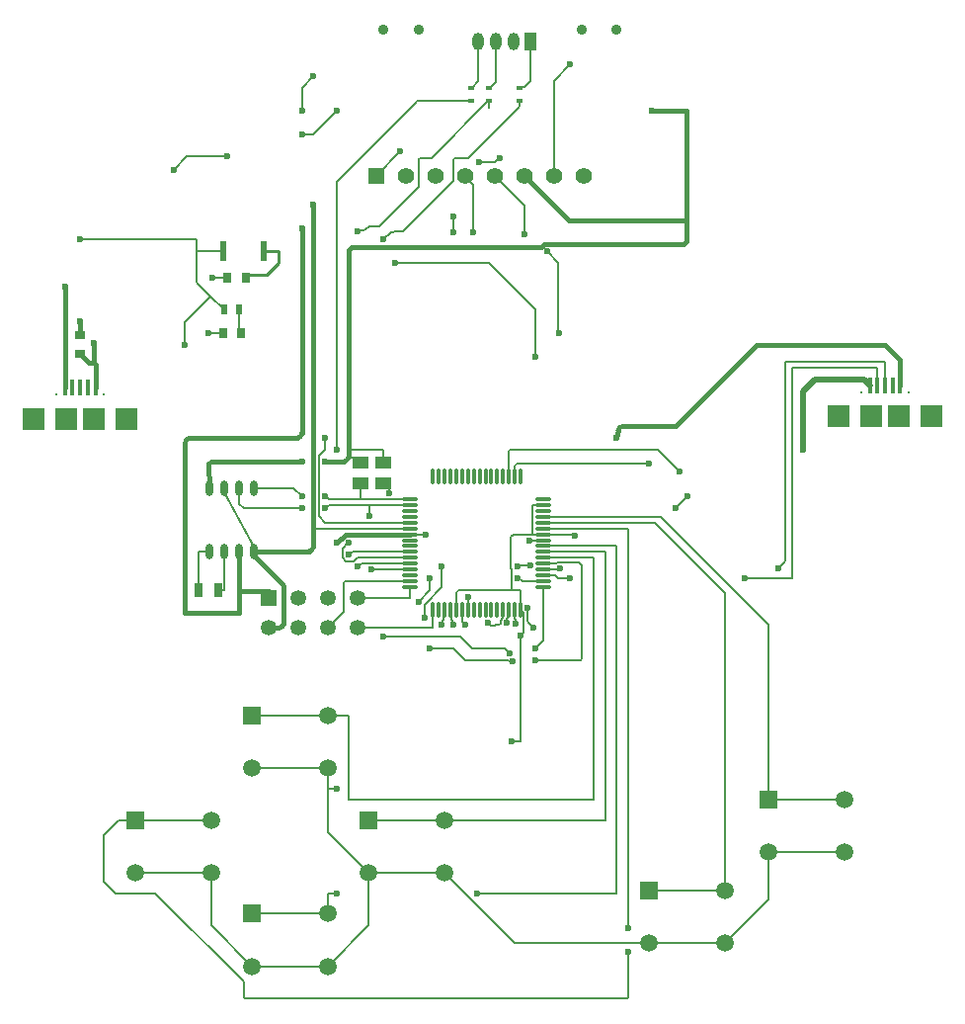
<source format=gtl>
G04*
G04 #@! TF.GenerationSoftware,Altium Limited,Altium Designer,22.3.1 (43)*
G04*
G04 Layer_Physical_Order=1*
G04 Layer_Color=255*
%FSLAX44Y44*%
%MOMM*%
G71*
G04*
G04 #@! TF.SameCoordinates,6D1C2D26-131F-4FF1-9C2C-6AC643E27ED1*
G04*
G04*
G04 #@! TF.FilePolarity,Positive*
G04*
G01*
G75*
%ADD11C,0.2540*%
%ADD15C,0.1270*%
%ADD17R,1.3500X1.0000*%
%ADD18R,1.9000X1.9000*%
%ADD19R,0.4000X1.3500*%
%ADD20R,0.7000X1.2000*%
%ADD21R,0.5000X0.3500*%
%ADD22R,0.6000X1.7000*%
%ADD23R,0.6000X0.9000*%
%ADD24R,0.7000X0.9000*%
%ADD25O,1.4000X0.2700*%
%ADD26O,0.2700X1.4000*%
%ADD27O,0.6000X1.3500*%
%ADD28R,0.9000X0.8000*%
%ADD52C,0.4000*%
%ADD53C,0.2032*%
%ADD54C,0.2030*%
%ADD55C,0.4030*%
%ADD56C,0.5000*%
%ADD57R,1.5080X1.5080*%
%ADD58C,1.5080*%
%ADD59C,1.3500*%
%ADD60R,1.3500X1.3500*%
%ADD61R,1.3980X1.3980*%
%ADD62C,1.3980*%
%ADD63C,0.2500*%
%ADD64R,1.0000X1.5000*%
%ADD65O,1.0000X1.5000*%
%ADD66C,0.9000*%
%ADD67C,0.6000*%
D11*
X-195161Y230000D02*
X-180000D01*
X-170000Y240000D01*
Y250000D01*
X-183000D02*
X-170000D01*
D15*
X10314Y390570D02*
X11692D01*
X-92152Y271243D02*
X-83747D01*
X-92152D02*
X-92152D01*
X-83747D02*
X-50000Y304990D01*
Y329256D01*
X-49256Y330000D01*
X-38877D01*
X9878Y378756D02*
X10628D01*
X-38877Y330000D02*
X9878Y378756D01*
D17*
X-100000Y69000D02*
D03*
Y51000D02*
D03*
X-80000Y69000D02*
D03*
Y51000D02*
D03*
D18*
X389500Y108500D02*
D03*
X362000D02*
D03*
X338000D02*
D03*
X310500D02*
D03*
X-300500Y106625D02*
D03*
X-328000D02*
D03*
X-352000D02*
D03*
X-379500D02*
D03*
D19*
X363000Y135250D02*
D03*
X356500D02*
D03*
X350000D02*
D03*
X343500D02*
D03*
X337000D02*
D03*
X-327000Y133375D02*
D03*
X-333500D02*
D03*
X-340000D02*
D03*
X-346500D02*
D03*
X-353000D02*
D03*
D20*
X-221500Y-40000D02*
D03*
X-238500D02*
D03*
D21*
X-4676Y378756D02*
D03*
Y390256D02*
D03*
X10628D02*
D03*
Y378756D02*
D03*
X36471Y378756D02*
D03*
Y390256D02*
D03*
D22*
X-217000Y250000D02*
D03*
X-183000D02*
D03*
D23*
X-216500Y200000D02*
D03*
X-203500D02*
D03*
D24*
X-217750Y180000D02*
D03*
X-202250D02*
D03*
X-213621Y227040D02*
D03*
X-198121D02*
D03*
D25*
X57000Y27500D02*
D03*
Y32500D02*
D03*
Y22500D02*
D03*
Y37500D02*
D03*
Y2500D02*
D03*
Y7500D02*
D03*
Y-2500D02*
D03*
Y17500D02*
D03*
Y12500D02*
D03*
Y-17500D02*
D03*
Y-12500D02*
D03*
Y-7500D02*
D03*
Y-32500D02*
D03*
Y-27500D02*
D03*
Y-37500D02*
D03*
Y-22500D02*
D03*
X-57000Y-17500D02*
D03*
Y-22500D02*
D03*
Y17500D02*
D03*
Y22500D02*
D03*
Y12500D02*
D03*
Y32500D02*
D03*
Y37500D02*
D03*
Y27500D02*
D03*
Y-7500D02*
D03*
Y-2500D02*
D03*
Y-12500D02*
D03*
Y7500D02*
D03*
Y2500D02*
D03*
Y-32500D02*
D03*
Y-27500D02*
D03*
Y-37500D02*
D03*
D26*
X37500Y57000D02*
D03*
X7500D02*
D03*
X2500D02*
D03*
X12500D02*
D03*
X-7500D02*
D03*
X-12500D02*
D03*
X-2500D02*
D03*
X27500D02*
D03*
X22500D02*
D03*
X32500D02*
D03*
X17500D02*
D03*
X7500Y-57000D02*
D03*
X2500D02*
D03*
X12500D02*
D03*
X-7500D02*
D03*
X-2500D02*
D03*
X32500D02*
D03*
X27500D02*
D03*
X37500D02*
D03*
X17500D02*
D03*
X22500D02*
D03*
X-22500Y57000D02*
D03*
X-27500D02*
D03*
X-17500D02*
D03*
X-37500D02*
D03*
X-32500D02*
D03*
Y-57000D02*
D03*
X-27500D02*
D03*
X-17500D02*
D03*
X-22500D02*
D03*
X-12500D02*
D03*
X-37500D02*
D03*
D27*
X-190950Y47000D02*
D03*
X-203650D02*
D03*
X-216350D02*
D03*
X-229050D02*
D03*
X-190950Y-7000D02*
D03*
X-203650D02*
D03*
X-216350D02*
D03*
X-229050D02*
D03*
D28*
X-340000Y161750D02*
D03*
Y178250D02*
D03*
D52*
X-113986Y70000D02*
G03*
X-110000Y74000I-14J4000D01*
G01*
X125116Y100000D02*
G03*
X121176Y96692I0J-4000D01*
G01*
X-144000Y-7000D02*
G03*
X-140000Y-3000I0J4000D01*
G01*
X-169548Y-72700D02*
G03*
X-165548Y-68700I0J4000D01*
G01*
X-246014Y90000D02*
G03*
X-250000Y86014I14J-4000D01*
G01*
X-153986Y90000D02*
G03*
X-150000Y94000I-14J4000D01*
G01*
X-130000Y70000D02*
X-113986D01*
X-112500Y7500D02*
X-57000D01*
X-120000Y0D02*
X-112500Y7500D01*
X54863Y253730D02*
X57403Y256270D01*
X177412D01*
X180000Y258858D01*
X-110000Y80000D02*
Y251387D01*
X-107657Y253730D01*
X54863D01*
X125116Y100000D02*
X170000D01*
X120000Y90000D02*
X121176Y96692D01*
X-165548Y-68700D02*
Y-36994D01*
X-190950Y-7000D02*
X-144000D01*
X-178100Y-72700D02*
X-169548D01*
X180000Y258858D02*
Y276176D01*
Y370000D01*
X40585Y314884D02*
X79293Y276176D01*
X180000D01*
X-229912Y67876D02*
X-229050Y47000D01*
X-190950Y-10750D02*
X-170000Y-31700D01*
X-166143Y-35557D01*
X-203650Y-41202D02*
Y-7000D01*
Y-60000D02*
Y-41202D01*
X-178100D01*
Y-47300D02*
Y-41202D01*
X-140000Y-3000D02*
Y12500D01*
Y290000D01*
X-110000Y74000D02*
Y80000D01*
X-227882Y70000D02*
X-150000D01*
X-246014Y90000D02*
X-153986D01*
X-150000Y94000D02*
Y270000D01*
X-250000Y-60000D02*
Y86014D01*
Y-60000D02*
X-203650D01*
X150000Y370000D02*
X180000D01*
X170000Y100000D02*
X240000Y170000D01*
X350000D01*
X363000Y157000D01*
Y135250D02*
Y157000D01*
X-353116Y220034D02*
X-353000Y219918D01*
Y133375D02*
Y219918D01*
X-340000Y178250D02*
Y190000D01*
D53*
X-71627Y266510D02*
G03*
X-70193Y267102I0J2032D01*
G01*
X35883Y373178D02*
G03*
X36471Y374608I-1444J1429D01*
G01*
X-102542Y266973D02*
G03*
X-92152Y271243I23J14719D01*
G01*
X-15478Y-40000D02*
G03*
X-17500Y-42022I10J-2032D01*
G01*
X-165548Y-36994D02*
G03*
X-166143Y-35557I-2032J0D01*
G01*
X34532Y67750D02*
G03*
X32500Y65718I0J-2032D01*
G01*
Y-61559D02*
G03*
X32504Y-61684I2032J0D01*
G01*
X-44014Y-51780D02*
G03*
X-44608Y-53162I1437J-1437D01*
G01*
X-227882Y70000D02*
G03*
X-229912Y67876I0J-2032D01*
G01*
X-119412Y310588D02*
G03*
X-120000Y309168I1444J-1429D01*
G01*
X-50413Y378756D02*
G03*
X-51836Y378164I10J-2032D01*
G01*
X23998Y-100052D02*
G03*
X23541Y-100000I-457J-1980D01*
G01*
X-240000Y223983D02*
G03*
X-239414Y222570I2032J14D01*
G01*
X263600Y-16400D02*
G03*
X264188Y-14971I-1444J1429D01*
G01*
X-100000Y37856D02*
Y51000D01*
X-110000Y74000D02*
X-108984Y72984D01*
X-126426Y37500D02*
X-57000D01*
X-130000Y40000D02*
X-128926D01*
X-110000Y74000D02*
X-110000Y74000D01*
X-100000Y37856D02*
X-99784Y37641D01*
X-128926Y40000D02*
X-126426Y37500D01*
X-108984Y72984D02*
X-103984D01*
X-100000Y69000D01*
X-3926Y390256D02*
X1350Y395532D01*
Y430000D01*
X-4676Y390256D02*
X-3926D01*
X45642Y395642D02*
Y429292D01*
X36827Y390611D02*
X40612D01*
X36471Y390256D02*
X36827Y390611D01*
X40612D02*
X45642Y395642D01*
Y429292D02*
X46350Y430000D01*
X-73490Y266510D02*
X-71627D01*
X-70193Y267102D02*
X-62898D01*
X35883Y373178D02*
X35883Y373178D01*
X-7295Y330000D02*
X35883Y373178D01*
X-20000Y328810D02*
X-18810Y330000D01*
X-20000Y310000D02*
Y328810D01*
X-62898Y267102D02*
X-20000Y310000D01*
X-18810Y330000D02*
X-7295D01*
X57000Y7500D02*
X57128Y7372D01*
X83636D02*
X84250Y6758D01*
X57128Y7372D02*
X83636D01*
X130000Y-330000D02*
Y12500D01*
X57000D02*
X130000D01*
X-91713Y23951D02*
Y32500D01*
X-92163Y23502D02*
X-91713Y23951D01*
X-129971Y17500D02*
X-57000D01*
X-140000Y12500D02*
X-57000D01*
X-135389Y22918D02*
X-129971Y17500D01*
X-78698Y51000D02*
X-74714Y47016D01*
X-80000Y51000D02*
X-78698D01*
X-80000Y260000D02*
X-73490Y266510D01*
X-74714Y42786D02*
Y47016D01*
X-102562Y266974D02*
X-102562Y266974D01*
X10018Y372811D02*
X10612Y373405D01*
X10615Y374244D01*
X-102562Y266974D02*
X-102542Y266973D01*
X2076Y326584D02*
X15510D01*
X18926Y330000D01*
X20000D01*
X36471Y374608D02*
Y378756D01*
X-248779Y331221D02*
X-213609D01*
X-260000Y320000D02*
X-248779Y331221D01*
X-15478Y-40000D02*
X30000D01*
X-15478D02*
X-15478D01*
X-17500Y-57000D02*
Y-42022D01*
X37500Y-170000D02*
Y-79500D01*
X15185Y314815D02*
X40790Y289210D01*
Y264797D02*
Y289210D01*
X22388Y-63273D02*
X22500Y-63161D01*
X20382Y-66146D02*
X22388Y-64140D01*
X19265Y-70065D02*
X20382Y-68948D01*
Y-66146D01*
X22500Y-63161D02*
Y-57000D01*
X9293Y-68233D02*
X11579Y-70148D01*
X12973Y-70622D02*
X19265Y-70065D01*
X25690Y-68314D02*
Y-64641D01*
X12145Y-70622D02*
X12973D01*
X22388Y-64140D02*
X22388Y-63273D01*
X25668Y-68335D02*
X25690Y-68314D01*
X11579Y-70148D02*
X12145Y-70622D01*
X87423Y-16388D02*
X90000Y-18965D01*
Y-20000D02*
Y-18965D01*
X57128Y-22372D02*
X70971D01*
X57000Y-17500D02*
X67853D01*
X68965Y-16388D02*
X87423D01*
X70971Y-22372D02*
X71670Y-21674D01*
X57000Y-22500D02*
X57128Y-22372D01*
X67853Y-17500D02*
X68965Y-16388D01*
X45477Y-19278D02*
X45816Y-18939D01*
X34714Y-19616D02*
X35053Y-19278D01*
X45477D01*
X31190Y7500D02*
X47250D01*
X29428Y5738D02*
X31190Y7500D01*
X30000Y-40000D02*
Y-22378D01*
X29428Y-21806D02*
Y5738D01*
Y-21806D02*
X30000Y-22378D01*
Y-40000D02*
X37500D01*
X35286Y-29651D02*
X36123D01*
X151420Y79748D02*
X155500D01*
X174020Y61228D01*
X28690Y80000D02*
X150962D01*
X27500Y78810D02*
X28690Y80000D01*
X27500Y57000D02*
Y78810D01*
X150962Y80000D02*
X151420Y79748D01*
X32500Y57000D02*
Y65718D01*
X34532Y67750D02*
X147750D01*
X37430Y-79500D02*
X40000Y-76930D01*
X43435Y-66300D02*
X44033Y-67803D01*
X37500Y-57000D02*
X39405Y-58905D01*
X40000Y-59500D01*
X43512Y-62853D02*
X43764Y-55788D01*
X40000Y-76930D02*
Y-59500D01*
X43435Y-66300D02*
X43512Y-62853D01*
X44033Y-67803D02*
X48781Y-72551D01*
X-110582Y0D02*
X-110000D01*
X-115286Y-12190D02*
Y-4704D01*
X-110582Y0D01*
X-112190Y-15286D02*
X-105324D01*
X-102538Y-12500D02*
X-57000D01*
X-105324Y-15286D02*
X-102538Y-12500D01*
X-115286Y-12190D02*
X-112190Y-15286D01*
X-110000Y-10000D02*
X-108926D01*
X-106426Y-7500D01*
X-57000D01*
X60000Y250000D02*
X70000Y240000D01*
X-2863Y266049D02*
Y306522D01*
X-20017Y266200D02*
X-20000Y280000D01*
X10615Y374244D02*
X10628Y378756D01*
X25690Y-64641D02*
X27500Y-62831D01*
Y-57000D01*
X50000Y160000D02*
Y200000D01*
X-70000Y240000D02*
X10000D01*
X50000Y200000D01*
X-86415Y314884D02*
X-65438Y335861D01*
X32500Y-61559D02*
Y-57000D01*
X32504Y-61684D02*
X32932Y-68623D01*
X37500Y-57000D02*
Y-40000D01*
X-44877Y-64092D02*
X-44608Y-53162D01*
X-44014Y-51780D02*
X-30000Y-37766D01*
Y-20000D01*
X-7500Y-57000D02*
Y-45976D01*
X15185Y314815D02*
Y314884D01*
X70000Y180000D02*
Y240000D01*
Y180000D02*
X70096Y179904D01*
X-10215Y313874D02*
Y314884D01*
Y313874D02*
X-2863Y306522D01*
X70000Y-30000D02*
X80000D01*
X57000Y-27500D02*
X67500D01*
X70000Y-30000D01*
X65985Y395985D02*
X80000Y410000D01*
X65985Y314884D02*
Y395985D01*
X-227882Y70000D02*
X-227882Y70000D01*
X47250Y7500D02*
X57000D01*
X-120000Y80000D02*
Y309168D01*
X-50403Y378756D02*
X-4676D01*
X-50413Y378756D02*
X-50403Y378756D01*
X-119412Y310588D02*
X-51836Y378164D01*
X90000Y-98810D02*
Y-20000D01*
X88810Y-100000D02*
X90000Y-98810D01*
X50000Y-100000D02*
X88810D01*
X23998Y-100052D02*
X30592Y-101573D01*
X-10000Y-100000D02*
X23541D01*
X-20000Y-90000D02*
X-10000Y-100000D01*
X-40000Y-90000D02*
X-20000D01*
X50000D02*
X57000Y-83000D01*
Y-37500D01*
X24089Y-90381D02*
X27764Y-94056D01*
X-4193Y-90381D02*
X24089D01*
X-14574Y-80000D02*
X-4193Y-90381D01*
X-80000Y-80000D02*
X-14574D01*
X36123Y-29651D02*
X38972Y-32500D01*
X57000D01*
X-40000Y-40000D02*
Y-30000D01*
X-50000Y-50000D02*
X-40000Y-40000D01*
X-12500Y-67500D02*
X-10000Y-70000D01*
X-12500Y-67500D02*
Y-57000D01*
X-130000Y80000D02*
Y90000D01*
X-135389Y74611D02*
X-130000Y80000D01*
X-135389Y22918D02*
Y74611D01*
X-112512Y-32500D02*
X-57000D01*
X-113702Y-33690D02*
X-112512Y-32500D01*
X-113702Y-59102D02*
Y-33690D01*
X-127300Y-72700D02*
X-113702Y-59102D01*
X-57000Y-47300D02*
Y-37500D01*
X-101900Y-47300D02*
X-57000D01*
X-37500Y-72700D02*
Y-57000D01*
X-101900Y-72700D02*
X-37500D01*
X-190950Y-10750D02*
Y-7000D01*
X-90533Y-22628D02*
X-57128D01*
X-90763Y-22859D02*
X-90533Y-22628D01*
X-57128D02*
X-57000Y-22500D01*
X-101488Y-20000D02*
X-98988Y-17500D01*
X-57000D01*
X-102562Y-20000D02*
X-101488D01*
X-56997Y7497D02*
X-43442D01*
X-57000Y7500D02*
X-56997Y7497D01*
X-43442D02*
X-43439Y7494D01*
X45560Y2372D02*
X56872D01*
X44909Y1722D02*
X45560Y2372D01*
X56872D02*
X57000Y2500D01*
X47250Y32500D02*
X57000D01*
X47250Y7500D02*
Y32500D01*
X30000Y-170000D02*
X37500D01*
X-127500Y-210000D02*
Y-192500D01*
Y-247500D02*
Y-210000D01*
X-120000D01*
X57000Y-12500D02*
X100000D01*
Y-220000D02*
Y-12500D01*
X-110000Y-220000D02*
X100000D01*
X-110000D02*
Y-147500D01*
X-127500D02*
X-110000D01*
X57000Y-7500D02*
X110000D01*
Y-237500D02*
Y-7500D01*
X-27500Y-237500D02*
X110000D01*
X57000Y-2500D02*
X120000D01*
Y-300000D02*
Y-2500D01*
X0Y-300000D02*
X120000D01*
X-127500D02*
X-120000D01*
X-127500Y-317500D02*
Y-300000D01*
X130000Y-388810D02*
Y-350000D01*
X128810Y-390000D02*
X130000Y-388810D01*
X-198810Y-390000D02*
X128810D01*
X-200000Y-388810D02*
Y-375924D01*
Y-388810D02*
X-198810Y-390000D01*
X-275924Y-300000D02*
X-200000Y-375924D01*
X-310000Y-300000D02*
X-275924D01*
X-320000Y-290000D02*
X-310000Y-300000D01*
X-320000Y-290000D02*
Y-250000D01*
X-307500Y-237500D01*
X-292500D01*
X152500Y17500D02*
X212500Y-42500D01*
Y-297500D02*
Y-42500D01*
X57000Y17500D02*
X152500D01*
X57000Y22500D02*
X157500D01*
X250000Y-220000D02*
Y-70000D01*
X157500Y22500D02*
X250000Y-70000D01*
X-27500Y-282500D02*
X32500Y-342500D01*
X147500D01*
X212500D02*
X250000Y-305000D01*
Y-265000D01*
Y-220000D02*
X315000D01*
X250000Y-265000D02*
X315000D01*
X147500Y-297500D02*
X212500D01*
X147500Y-342500D02*
X212500D01*
X-127500Y-247500D02*
X-92500Y-282500D01*
Y-327500D02*
Y-282500D01*
X-127500Y-362500D02*
X-92500Y-327500D01*
X-192500Y-192500D02*
X-127500D01*
X-227500Y-327500D02*
X-192500Y-362500D01*
X-227500Y-327500D02*
Y-282500D01*
X-92500D02*
X-27500D01*
X-192500Y-362500D02*
X-127500D01*
X-292500Y-282500D02*
X-227500D01*
X-292500Y-237500D02*
X-227500D01*
X-192500Y-317500D02*
X-127500D01*
X-92500Y-237500D02*
X-27500D01*
X-192500Y-147500D02*
X-127500D01*
X-91713Y32500D02*
X-57000D01*
X-126426D02*
X-91713D01*
X-81190Y80000D02*
X-80000Y78810D01*
Y69000D02*
Y78810D01*
X-110000Y80000D02*
X-81190D01*
X-157000Y47000D02*
X-150000Y40000D01*
X-190950Y47000D02*
X-157000D01*
X-128926Y30000D02*
X-126426Y32500D01*
X-130000Y30000D02*
X-128926D01*
X-200000D02*
X-150000D01*
X-203650Y33650D02*
X-200000Y30000D01*
X-203650Y33650D02*
Y47000D01*
X-216350Y43250D02*
X-190950Y-3250D01*
X-216350Y43250D02*
Y47000D01*
X-190950Y-7000D02*
Y-3250D01*
X-221500Y-40000D02*
X-216350D01*
Y-7000D01*
X-238500Y-40000D02*
Y-7000D01*
X-229050D01*
X-27500Y-62650D02*
Y-57000D01*
X-30000Y-70000D02*
X-27500Y-62650D01*
X-22500D02*
X-20000Y-70000D01*
X-22500Y-62650D02*
Y-57000D01*
X170000Y30000D02*
X180563Y40563D01*
Y40563D01*
X-140000Y350000D02*
X-120000Y370000D01*
X-150000Y350000D02*
X-140000D01*
X-150000Y370000D02*
Y390000D01*
X-140000Y400000D01*
X-240000Y250000D02*
X-217000D01*
X-240000D02*
Y260000D01*
Y223983D02*
Y250000D01*
X-216844Y200000D02*
X-216500D01*
X-228218Y211373D02*
X-216844Y200000D01*
X-239414Y222570D02*
X-228218Y211373D01*
X-250000Y189591D02*
X-228218Y211373D01*
X-250000Y170000D02*
Y189591D01*
X-230000Y180000D02*
X-217750D01*
X-340000Y260000D02*
X-240000D01*
X-203500Y181250D02*
X-202250Y180000D01*
X-203500Y181250D02*
Y200000D01*
X-226442Y227307D02*
X-213888D01*
X-213621Y227040D01*
X263600Y-16400D02*
X263600Y-16400D01*
X258451Y-21549D02*
X263600Y-16400D01*
X264188Y-14971D02*
Y155139D01*
X350000D01*
Y135250D02*
Y155139D01*
X230000Y-30000D02*
X270000D01*
Y150000D01*
X343500D01*
Y135250D02*
Y150000D01*
D54*
X16350Y395227D02*
Y430000D01*
X11692Y390570D02*
X16350Y395227D01*
D55*
X-340000Y161750D02*
X-332762Y154512D01*
X-328438D01*
X-327000Y133375D02*
Y153075D01*
X-328438Y154512D02*
X-327000Y153075D01*
X-328438Y154512D02*
Y171295D01*
D56*
X290000Y140000D02*
X332250D01*
X280000Y130000D02*
X290000Y140000D01*
X280000Y80000D02*
Y130000D01*
X332250Y140000D02*
X337000Y135250D01*
D57*
X-192500Y-147500D02*
D03*
X-92500Y-237500D02*
D03*
X-192500Y-317500D02*
D03*
X-292500Y-237500D02*
D03*
X147500Y-297500D02*
D03*
X250000Y-220000D02*
D03*
D58*
X-127500Y-147500D02*
D03*
X-192500Y-192500D02*
D03*
X-127500D02*
D03*
X-27500Y-282500D02*
D03*
X-92500D02*
D03*
X-27500Y-237500D02*
D03*
X-127500Y-317500D02*
D03*
X-192500Y-362500D02*
D03*
X-127500D02*
D03*
X-227500Y-282500D02*
D03*
X-292500D02*
D03*
X-227500Y-237500D02*
D03*
X212500Y-297500D02*
D03*
X147500Y-342500D02*
D03*
X212500D02*
D03*
X315000Y-265000D02*
D03*
X250000D02*
D03*
X315000Y-220000D02*
D03*
D59*
X-101900Y-72700D02*
D03*
X-127300D02*
D03*
X-152700D02*
D03*
X-178100D02*
D03*
X-101900Y-47300D02*
D03*
X-127300D02*
D03*
X-152700D02*
D03*
D60*
X-178100D02*
D03*
D61*
X-86415Y314884D02*
D03*
D62*
X91385D02*
D03*
X65985D02*
D03*
X-35615D02*
D03*
X-61015D02*
D03*
X40585D02*
D03*
X-10215D02*
D03*
X15185D02*
D03*
D63*
X370500Y129375D02*
D03*
X329500D02*
D03*
X-319500Y127500D02*
D03*
X-360500D02*
D03*
D64*
X46350Y430000D02*
D03*
D03*
D65*
X31350D02*
D03*
D03*
X16350D02*
D03*
D03*
X1350D02*
D03*
D03*
D66*
X-80000Y440000D02*
D03*
X-50000D02*
D03*
X120000D02*
D03*
X90000D02*
D03*
D67*
X-130000Y70000D02*
D03*
Y40000D02*
D03*
X84250Y6758D02*
D03*
X-92163Y23502D02*
D03*
X-80000Y260000D02*
D03*
X-74714Y42786D02*
D03*
X2076Y326584D02*
D03*
X-213609Y331221D02*
D03*
X40790Y264797D02*
D03*
X25668Y-68335D02*
D03*
X71670Y-21674D02*
D03*
X45816Y-18939D02*
D03*
X34714Y-19616D02*
D03*
X35286Y-29651D02*
D03*
X174020Y61228D02*
D03*
X147750Y67750D02*
D03*
X43764Y-55788D02*
D03*
X-120000Y0D02*
D03*
X-110000D02*
D03*
Y-10000D02*
D03*
X60000Y250000D02*
D03*
X-2863Y266049D02*
D03*
X-20017Y266200D02*
D03*
X48781Y-72551D02*
D03*
X50000Y160000D02*
D03*
X-70000Y240000D02*
D03*
X-65438Y335861D02*
D03*
X-150000Y270000D02*
D03*
X32932Y-68623D02*
D03*
X9293Y-68233D02*
D03*
X-44877Y-64092D02*
D03*
X-30000Y-20000D02*
D03*
X-7500Y-45976D02*
D03*
X-20000Y280000D02*
D03*
X70096Y179904D02*
D03*
X80000Y-30000D02*
D03*
Y410000D02*
D03*
X50000Y-100000D02*
D03*
X30592Y-101573D02*
D03*
X-40000Y-90000D02*
D03*
X50000D02*
D03*
X27764Y-94056D02*
D03*
X-80000Y-80000D02*
D03*
X-40000Y-30000D02*
D03*
X-50000Y-50000D02*
D03*
X-10000Y-70000D02*
D03*
X37430Y-79500D02*
D03*
X-130000Y90000D02*
D03*
X-90763Y-22859D02*
D03*
X-102562Y-20000D02*
D03*
Y266974D02*
D03*
X-120000Y80000D02*
D03*
X-43439Y7494D02*
D03*
X44909Y1722D02*
D03*
X30000Y-170000D02*
D03*
X-120000Y-210000D02*
D03*
X0Y-300000D02*
D03*
X-120000D02*
D03*
X130000Y-330000D02*
D03*
Y-350000D02*
D03*
X-150000Y40000D02*
D03*
X-130000Y30000D02*
D03*
X-150000D02*
D03*
Y70000D02*
D03*
X-140000Y290000D02*
D03*
X150000Y370000D02*
D03*
X20000Y330000D02*
D03*
X-20000Y-70000D02*
D03*
X-30000D02*
D03*
X120000Y90000D02*
D03*
X170000Y30000D02*
D03*
X180563Y40563D02*
D03*
X-260000Y320000D02*
D03*
X-120000Y370000D02*
D03*
X-150000Y350000D02*
D03*
Y370000D02*
D03*
X-140000Y400000D02*
D03*
X-353116Y220034D02*
D03*
X-340000Y260000D02*
D03*
X-250000Y170000D02*
D03*
X-230000Y180000D02*
D03*
X-226442Y227307D02*
D03*
X-328438Y171295D02*
D03*
X-340000Y190000D02*
D03*
X258451Y-21549D02*
D03*
X230000Y-30000D02*
D03*
X280000Y80000D02*
D03*
M02*

</source>
